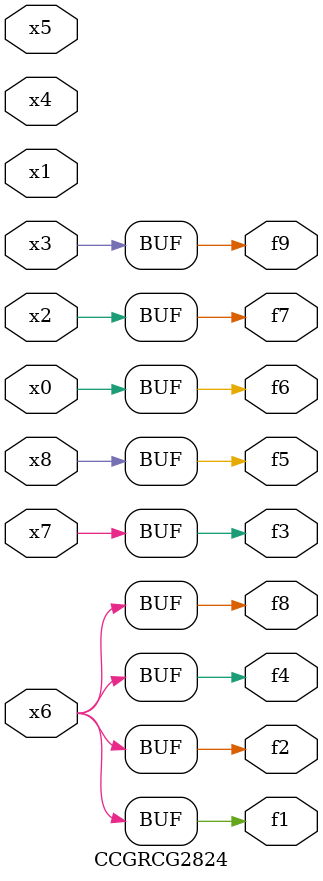
<source format=v>
module CCGRCG2824(
	input x0, x1, x2, x3, x4, x5, x6, x7, x8,
	output f1, f2, f3, f4, f5, f6, f7, f8, f9
);
	assign f1 = x6;
	assign f2 = x6;
	assign f3 = x7;
	assign f4 = x6;
	assign f5 = x8;
	assign f6 = x0;
	assign f7 = x2;
	assign f8 = x6;
	assign f9 = x3;
endmodule

</source>
